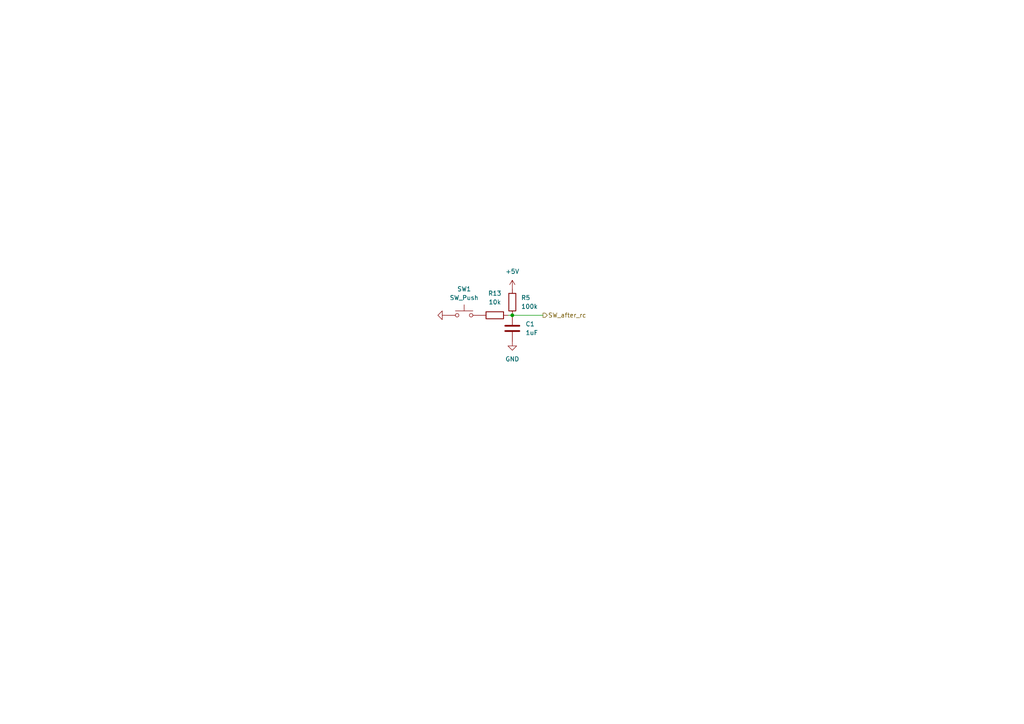
<source format=kicad_sch>
(kicad_sch (version 20230121) (generator eeschema)

  (uuid 6f688aef-b565-4a60-9fb4-6782ebdb67b2)

  (paper "A4")

  (lib_symbols
    (symbol "Device:C" (pin_numbers hide) (pin_names (offset 0.254)) (in_bom yes) (on_board yes)
      (property "Reference" "C" (at 0.635 2.54 0)
        (effects (font (size 1.27 1.27)) (justify left))
      )
      (property "Value" "C" (at 0.635 -2.54 0)
        (effects (font (size 1.27 1.27)) (justify left))
      )
      (property "Footprint" "" (at 0.9652 -3.81 0)
        (effects (font (size 1.27 1.27)) hide)
      )
      (property "Datasheet" "~" (at 0 0 0)
        (effects (font (size 1.27 1.27)) hide)
      )
      (property "ki_keywords" "cap capacitor" (at 0 0 0)
        (effects (font (size 1.27 1.27)) hide)
      )
      (property "ki_description" "Unpolarized capacitor" (at 0 0 0)
        (effects (font (size 1.27 1.27)) hide)
      )
      (property "ki_fp_filters" "C_*" (at 0 0 0)
        (effects (font (size 1.27 1.27)) hide)
      )
      (symbol "C_0_1"
        (polyline
          (pts
            (xy -2.032 -0.762)
            (xy 2.032 -0.762)
          )
          (stroke (width 0.508) (type default))
          (fill (type none))
        )
        (polyline
          (pts
            (xy -2.032 0.762)
            (xy 2.032 0.762)
          )
          (stroke (width 0.508) (type default))
          (fill (type none))
        )
      )
      (symbol "C_1_1"
        (pin passive line (at 0 3.81 270) (length 2.794)
          (name "~" (effects (font (size 1.27 1.27))))
          (number "1" (effects (font (size 1.27 1.27))))
        )
        (pin passive line (at 0 -3.81 90) (length 2.794)
          (name "~" (effects (font (size 1.27 1.27))))
          (number "2" (effects (font (size 1.27 1.27))))
        )
      )
    )
    (symbol "Device:R" (pin_numbers hide) (pin_names (offset 0)) (in_bom yes) (on_board yes)
      (property "Reference" "R" (at 2.032 0 90)
        (effects (font (size 1.27 1.27)))
      )
      (property "Value" "R" (at 0 0 90)
        (effects (font (size 1.27 1.27)))
      )
      (property "Footprint" "" (at -1.778 0 90)
        (effects (font (size 1.27 1.27)) hide)
      )
      (property "Datasheet" "~" (at 0 0 0)
        (effects (font (size 1.27 1.27)) hide)
      )
      (property "ki_keywords" "R res resistor" (at 0 0 0)
        (effects (font (size 1.27 1.27)) hide)
      )
      (property "ki_description" "Resistor" (at 0 0 0)
        (effects (font (size 1.27 1.27)) hide)
      )
      (property "ki_fp_filters" "R_*" (at 0 0 0)
        (effects (font (size 1.27 1.27)) hide)
      )
      (symbol "R_0_1"
        (rectangle (start -1.016 -2.54) (end 1.016 2.54)
          (stroke (width 0.254) (type default))
          (fill (type none))
        )
      )
      (symbol "R_1_1"
        (pin passive line (at 0 3.81 270) (length 1.27)
          (name "~" (effects (font (size 1.27 1.27))))
          (number "1" (effects (font (size 1.27 1.27))))
        )
        (pin passive line (at 0 -3.81 90) (length 1.27)
          (name "~" (effects (font (size 1.27 1.27))))
          (number "2" (effects (font (size 1.27 1.27))))
        )
      )
    )
    (symbol "Switch:SW_Push" (pin_numbers hide) (pin_names (offset 1.016) hide) (in_bom yes) (on_board yes)
      (property "Reference" "SW" (at 1.27 2.54 0)
        (effects (font (size 1.27 1.27)) (justify left))
      )
      (property "Value" "SW_Push" (at 0 -1.524 0)
        (effects (font (size 1.27 1.27)))
      )
      (property "Footprint" "" (at 0 5.08 0)
        (effects (font (size 1.27 1.27)) hide)
      )
      (property "Datasheet" "~" (at 0 5.08 0)
        (effects (font (size 1.27 1.27)) hide)
      )
      (property "ki_keywords" "switch normally-open pushbutton push-button" (at 0 0 0)
        (effects (font (size 1.27 1.27)) hide)
      )
      (property "ki_description" "Push button switch, generic, two pins" (at 0 0 0)
        (effects (font (size 1.27 1.27)) hide)
      )
      (symbol "SW_Push_0_1"
        (circle (center -2.032 0) (radius 0.508)
          (stroke (width 0) (type default))
          (fill (type none))
        )
        (polyline
          (pts
            (xy 0 1.27)
            (xy 0 3.048)
          )
          (stroke (width 0) (type default))
          (fill (type none))
        )
        (polyline
          (pts
            (xy 2.54 1.27)
            (xy -2.54 1.27)
          )
          (stroke (width 0) (type default))
          (fill (type none))
        )
        (circle (center 2.032 0) (radius 0.508)
          (stroke (width 0) (type default))
          (fill (type none))
        )
        (pin passive line (at -5.08 0 0) (length 2.54)
          (name "1" (effects (font (size 1.27 1.27))))
          (number "1" (effects (font (size 1.27 1.27))))
        )
        (pin passive line (at 5.08 0 180) (length 2.54)
          (name "2" (effects (font (size 1.27 1.27))))
          (number "2" (effects (font (size 1.27 1.27))))
        )
      )
    )
    (symbol "power:+5V" (power) (pin_names (offset 0)) (in_bom yes) (on_board yes)
      (property "Reference" "#PWR" (at 0 -3.81 0)
        (effects (font (size 1.27 1.27)) hide)
      )
      (property "Value" "+5V" (at 0 3.556 0)
        (effects (font (size 1.27 1.27)))
      )
      (property "Footprint" "" (at 0 0 0)
        (effects (font (size 1.27 1.27)) hide)
      )
      (property "Datasheet" "" (at 0 0 0)
        (effects (font (size 1.27 1.27)) hide)
      )
      (property "ki_keywords" "global power" (at 0 0 0)
        (effects (font (size 1.27 1.27)) hide)
      )
      (property "ki_description" "Power symbol creates a global label with name \"+5V\"" (at 0 0 0)
        (effects (font (size 1.27 1.27)) hide)
      )
      (symbol "+5V_0_1"
        (polyline
          (pts
            (xy -0.762 1.27)
            (xy 0 2.54)
          )
          (stroke (width 0) (type default))
          (fill (type none))
        )
        (polyline
          (pts
            (xy 0 0)
            (xy 0 2.54)
          )
          (stroke (width 0) (type default))
          (fill (type none))
        )
        (polyline
          (pts
            (xy 0 2.54)
            (xy 0.762 1.27)
          )
          (stroke (width 0) (type default))
          (fill (type none))
        )
      )
      (symbol "+5V_1_1"
        (pin power_in line (at 0 0 90) (length 0) hide
          (name "+5V" (effects (font (size 1.27 1.27))))
          (number "1" (effects (font (size 1.27 1.27))))
        )
      )
    )
    (symbol "power:GND" (power) (pin_names (offset 0)) (in_bom yes) (on_board yes)
      (property "Reference" "#PWR" (at 0 -6.35 0)
        (effects (font (size 1.27 1.27)) hide)
      )
      (property "Value" "GND" (at 0 -3.81 0)
        (effects (font (size 1.27 1.27)))
      )
      (property "Footprint" "" (at 0 0 0)
        (effects (font (size 1.27 1.27)) hide)
      )
      (property "Datasheet" "" (at 0 0 0)
        (effects (font (size 1.27 1.27)) hide)
      )
      (property "ki_keywords" "global power" (at 0 0 0)
        (effects (font (size 1.27 1.27)) hide)
      )
      (property "ki_description" "Power symbol creates a global label with name \"GND\" , ground" (at 0 0 0)
        (effects (font (size 1.27 1.27)) hide)
      )
      (symbol "GND_0_1"
        (polyline
          (pts
            (xy 0 0)
            (xy 0 -1.27)
            (xy 1.27 -1.27)
            (xy 0 -2.54)
            (xy -1.27 -1.27)
            (xy 0 -1.27)
          )
          (stroke (width 0) (type default))
          (fill (type none))
        )
      )
      (symbol "GND_1_1"
        (pin power_in line (at 0 0 270) (length 0) hide
          (name "GND" (effects (font (size 1.27 1.27))))
          (number "1" (effects (font (size 1.27 1.27))))
        )
      )
    )
  )

  (junction (at 148.59 91.44) (diameter 0) (color 0 0 0 0)
    (uuid 9e017fbc-ef18-4a4a-b644-0467c423d638)
  )

  (wire (pts (xy 147.32 91.44) (xy 148.59 91.44))
    (stroke (width 0) (type default))
    (uuid 2c9c039b-65bb-4fe0-80c6-74e63166ce69)
  )
  (wire (pts (xy 148.59 91.44) (xy 157.48 91.44))
    (stroke (width 0) (type default))
    (uuid e4e1743c-6178-4f30-8071-1e0c5748c4f2)
  )

  (hierarchical_label "SW_after_rc" (shape output) (at 157.48 91.44 0) (fields_autoplaced)
    (effects (font (size 1.27 1.27)) (justify left))
    (uuid 597ae363-2026-4c67-9d33-cd71613bf0a9)
  )

  (symbol (lib_id "Device:R") (at 143.51 91.44 90) (unit 1)
    (in_bom yes) (on_board yes) (dnp no) (fields_autoplaced)
    (uuid 72cfab66-2d39-4d1f-b36b-dafe688a494b)
    (property "Reference" "R13" (at 143.51 85.09 90)
      (effects (font (size 1.27 1.27)))
    )
    (property "Value" "10k" (at 143.51 87.63 90)
      (effects (font (size 1.27 1.27)))
    )
    (property "Footprint" "Resistor_THT:R_Axial_DIN0207_L6.3mm_D2.5mm_P7.62mm_Horizontal" (at 143.51 93.218 90)
      (effects (font (size 1.27 1.27)) hide)
    )
    (property "Datasheet" "~" (at 143.51 91.44 0)
      (effects (font (size 1.27 1.27)) hide)
    )
    (pin "1" (uuid 6113e678-80cb-4cd6-9741-62998931d5ad))
    (pin "2" (uuid d41f0800-ce4e-4777-99c4-a22a8b08e0b1))
    (instances
      (project "4-button debouncer"
        (path "/c1ca48d9-ccf5-4728-b041-a254d6a16158"
          (reference "R13") (unit 1)
        )
        (path "/c1ca48d9-ccf5-4728-b041-a254d6a16158/c7fee5eb-00ed-441d-bf07-db35b83f16c0"
          (reference "R1") (unit 1)
        )
        (path "/c1ca48d9-ccf5-4728-b041-a254d6a16158/03581134-00fd-4c20-84f4-730dfaac86e1"
          (reference "R3") (unit 1)
        )
        (path "/c1ca48d9-ccf5-4728-b041-a254d6a16158/41073f11-d8f4-432e-bb0d-f1b16fc50470"
          (reference "R5") (unit 1)
        )
        (path "/c1ca48d9-ccf5-4728-b041-a254d6a16158/f22cc576-07b8-4787-a9a4-eed71d0cab19"
          (reference "R10") (unit 1)
        )
      )
    )
  )

  (symbol (lib_id "power:+5V") (at 148.59 83.82 0) (unit 1)
    (in_bom yes) (on_board yes) (dnp no)
    (uuid 8a0aceba-4a12-497a-9453-db404701e9a3)
    (property "Reference" "#PWR011" (at 148.59 87.63 0)
      (effects (font (size 1.27 1.27)) hide)
    )
    (property "Value" "+5V" (at 148.59 78.74 0)
      (effects (font (size 1.27 1.27)))
    )
    (property "Footprint" "" (at 148.59 83.82 0)
      (effects (font (size 1.27 1.27)) hide)
    )
    (property "Datasheet" "" (at 148.59 83.82 0)
      (effects (font (size 1.27 1.27)) hide)
    )
    (pin "1" (uuid 6acad668-cbc0-4125-866f-693f12e01670))
    (instances
      (project "4-button debouncer"
        (path "/c1ca48d9-ccf5-4728-b041-a254d6a16158"
          (reference "#PWR011") (unit 1)
        )
        (path "/c1ca48d9-ccf5-4728-b041-a254d6a16158/c7fee5eb-00ed-441d-bf07-db35b83f16c0"
          (reference "#PWR018") (unit 1)
        )
        (path "/c1ca48d9-ccf5-4728-b041-a254d6a16158/03581134-00fd-4c20-84f4-730dfaac86e1"
          (reference "#PWR013") (unit 1)
        )
        (path "/c1ca48d9-ccf5-4728-b041-a254d6a16158/41073f11-d8f4-432e-bb0d-f1b16fc50470"
          (reference "#PWR024") (unit 1)
        )
        (path "/c1ca48d9-ccf5-4728-b041-a254d6a16158/f22cc576-07b8-4787-a9a4-eed71d0cab19"
          (reference "#PWR035") (unit 1)
        )
      )
    )
  )

  (symbol (lib_id "Device:R") (at 148.59 87.63 0) (unit 1)
    (in_bom yes) (on_board yes) (dnp no) (fields_autoplaced)
    (uuid 8c64c938-ea85-4a12-8a3f-33c103ad152f)
    (property "Reference" "R5" (at 151.13 86.36 0)
      (effects (font (size 1.27 1.27)) (justify left))
    )
    (property "Value" "100k" (at 151.13 88.9 0)
      (effects (font (size 1.27 1.27)) (justify left))
    )
    (property "Footprint" "Resistor_THT:R_Axial_DIN0207_L6.3mm_D2.5mm_P7.62mm_Horizontal" (at 146.812 87.63 90)
      (effects (font (size 1.27 1.27)) hide)
    )
    (property "Datasheet" "~" (at 148.59 87.63 0)
      (effects (font (size 1.27 1.27)) hide)
    )
    (pin "1" (uuid ead0ec7d-3784-4f91-b6b8-7cde9e92b76a))
    (pin "2" (uuid bee8e350-8737-4154-91c2-9eff91bf4d78))
    (instances
      (project "4-button debouncer"
        (path "/c1ca48d9-ccf5-4728-b041-a254d6a16158"
          (reference "R5") (unit 1)
        )
        (path "/c1ca48d9-ccf5-4728-b041-a254d6a16158/c7fee5eb-00ed-441d-bf07-db35b83f16c0"
          (reference "R2") (unit 1)
        )
        (path "/c1ca48d9-ccf5-4728-b041-a254d6a16158/03581134-00fd-4c20-84f4-730dfaac86e1"
          (reference "R4") (unit 1)
        )
        (path "/c1ca48d9-ccf5-4728-b041-a254d6a16158/41073f11-d8f4-432e-bb0d-f1b16fc50470"
          (reference "R9") (unit 1)
        )
        (path "/c1ca48d9-ccf5-4728-b041-a254d6a16158/f22cc576-07b8-4787-a9a4-eed71d0cab19"
          (reference "R11") (unit 1)
        )
      )
    )
  )

  (symbol (lib_id "power:GND") (at 129.54 91.44 270) (unit 1)
    (in_bom yes) (on_board yes) (dnp no)
    (uuid b5cd72bd-30be-45b4-97f6-e94a85b18773)
    (property "Reference" "#PWR013" (at 123.19 91.44 0)
      (effects (font (size 1.27 1.27)) hide)
    )
    (property "Value" "GND" (at 125.73 91.44 90)
      (effects (font (size 1.27 1.27)) (justify right) hide)
    )
    (property "Footprint" "" (at 129.54 91.44 0)
      (effects (font (size 1.27 1.27)) hide)
    )
    (property "Datasheet" "" (at 129.54 91.44 0)
      (effects (font (size 1.27 1.27)) hide)
    )
    (pin "1" (uuid b24c8405-ec35-4eea-a9d0-9bbafc27b289))
    (instances
      (project "4-button debouncer"
        (path "/c1ca48d9-ccf5-4728-b041-a254d6a16158"
          (reference "#PWR013") (unit 1)
        )
        (path "/c1ca48d9-ccf5-4728-b041-a254d6a16158/c7fee5eb-00ed-441d-bf07-db35b83f16c0"
          (reference "#PWR017") (unit 1)
        )
        (path "/c1ca48d9-ccf5-4728-b041-a254d6a16158/03581134-00fd-4c20-84f4-730dfaac86e1"
          (reference "#PWR011") (unit 1)
        )
        (path "/c1ca48d9-ccf5-4728-b041-a254d6a16158/41073f11-d8f4-432e-bb0d-f1b16fc50470"
          (reference "#PWR023") (unit 1)
        )
        (path "/c1ca48d9-ccf5-4728-b041-a254d6a16158/f22cc576-07b8-4787-a9a4-eed71d0cab19"
          (reference "#PWR026") (unit 1)
        )
      )
    )
  )

  (symbol (lib_id "Device:C") (at 148.59 95.25 0) (unit 1)
    (in_bom yes) (on_board yes) (dnp no) (fields_autoplaced)
    (uuid cfe1877a-e690-4b62-9f3c-cb0aa4c6afe4)
    (property "Reference" "C1" (at 152.4 93.98 0)
      (effects (font (size 1.27 1.27)) (justify left))
    )
    (property "Value" "1uF" (at 152.4 96.52 0)
      (effects (font (size 1.27 1.27)) (justify left))
    )
    (property "Footprint" "Capacitor_THT:CP_Radial_Tantal_D5.0mm_P2.50mm" (at 149.5552 99.06 0)
      (effects (font (size 1.27 1.27)) hide)
    )
    (property "Datasheet" "~" (at 148.59 95.25 0)
      (effects (font (size 1.27 1.27)) hide)
    )
    (pin "1" (uuid ddcace60-a24c-494a-af61-6714ed319806))
    (pin "2" (uuid 16bf7704-2233-4796-bd45-e7e3fac3cf58))
    (instances
      (project "4-button debouncer"
        (path "/c1ca48d9-ccf5-4728-b041-a254d6a16158"
          (reference "C1") (unit 1)
        )
        (path "/c1ca48d9-ccf5-4728-b041-a254d6a16158/c7fee5eb-00ed-441d-bf07-db35b83f16c0"
          (reference "C5") (unit 1)
        )
        (path "/c1ca48d9-ccf5-4728-b041-a254d6a16158/03581134-00fd-4c20-84f4-730dfaac86e1"
          (reference "C1") (unit 1)
        )
        (path "/c1ca48d9-ccf5-4728-b041-a254d6a16158/41073f11-d8f4-432e-bb0d-f1b16fc50470"
          (reference "C6") (unit 1)
        )
        (path "/c1ca48d9-ccf5-4728-b041-a254d6a16158/f22cc576-07b8-4787-a9a4-eed71d0cab19"
          (reference "C7") (unit 1)
        )
      )
    )
  )

  (symbol (lib_id "power:GND") (at 148.59 99.06 0) (unit 1)
    (in_bom yes) (on_board yes) (dnp no) (fields_autoplaced)
    (uuid f6a229be-fd40-4a0e-9ad2-ed67726e6ff5)
    (property "Reference" "#PWR019" (at 148.59 105.41 0)
      (effects (font (size 1.27 1.27)) hide)
    )
    (property "Value" "GND" (at 148.59 104.14 0)
      (effects (font (size 1.27 1.27)))
    )
    (property "Footprint" "" (at 148.59 99.06 0)
      (effects (font (size 1.27 1.27)) hide)
    )
    (property "Datasheet" "" (at 148.59 99.06 0)
      (effects (font (size 1.27 1.27)) hide)
    )
    (pin "1" (uuid d2c400b3-c2dc-430d-ae97-acefaf22c4af))
    (instances
      (project "4-button debouncer"
        (path "/c1ca48d9-ccf5-4728-b041-a254d6a16158"
          (reference "#PWR019") (unit 1)
        )
        (path "/c1ca48d9-ccf5-4728-b041-a254d6a16158/c7fee5eb-00ed-441d-bf07-db35b83f16c0"
          (reference "#PWR022") (unit 1)
        )
        (path "/c1ca48d9-ccf5-4728-b041-a254d6a16158/03581134-00fd-4c20-84f4-730dfaac86e1"
          (reference "#PWR019") (unit 1)
        )
        (path "/c1ca48d9-ccf5-4728-b041-a254d6a16158/41073f11-d8f4-432e-bb0d-f1b16fc50470"
          (reference "#PWR025") (unit 1)
        )
        (path "/c1ca48d9-ccf5-4728-b041-a254d6a16158/f22cc576-07b8-4787-a9a4-eed71d0cab19"
          (reference "#PWR036") (unit 1)
        )
      )
    )
  )

  (symbol (lib_id "Switch:SW_Push") (at 134.62 91.44 0) (unit 1)
    (in_bom yes) (on_board yes) (dnp no) (fields_autoplaced)
    (uuid fb5c73a3-a14b-4a16-b64a-b1106291afd1)
    (property "Reference" "SW1" (at 134.62 83.82 0)
      (effects (font (size 1.27 1.27)))
    )
    (property "Value" "SW_Push" (at 134.62 86.36 0)
      (effects (font (size 1.27 1.27)))
    )
    (property "Footprint" "Button_Switch_THT:SW_PUSH-12mm" (at 134.62 86.36 0)
      (effects (font (size 1.27 1.27)) hide)
    )
    (property "Datasheet" "~" (at 134.62 86.36 0)
      (effects (font (size 1.27 1.27)) hide)
    )
    (pin "1" (uuid 4196061b-e7f8-4b66-adf8-6f6a708d4fa9))
    (pin "2" (uuid 21d9f244-1f16-4756-b539-3931069fe17e))
    (instances
      (project "4-button debouncer"
        (path "/c1ca48d9-ccf5-4728-b041-a254d6a16158"
          (reference "SW1") (unit 1)
        )
        (path "/c1ca48d9-ccf5-4728-b041-a254d6a16158/c7fee5eb-00ed-441d-bf07-db35b83f16c0"
          (reference "SW1") (unit 1)
        )
        (path "/c1ca48d9-ccf5-4728-b041-a254d6a16158/03581134-00fd-4c20-84f4-730dfaac86e1"
          (reference "SW5") (unit 1)
        )
        (path "/c1ca48d9-ccf5-4728-b041-a254d6a16158/41073f11-d8f4-432e-bb0d-f1b16fc50470"
          (reference "SW6") (unit 1)
        )
        (path "/c1ca48d9-ccf5-4728-b041-a254d6a16158/f22cc576-07b8-4787-a9a4-eed71d0cab19"
          (reference "SW7") (unit 1)
        )
      )
    )
  )
)

</source>
